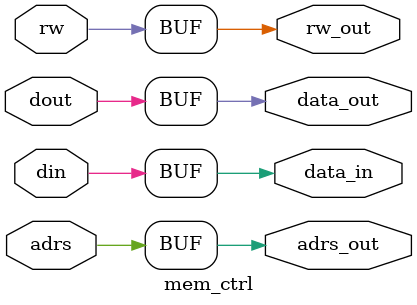
<source format=v>

module mem_ctrl
  (
   din,
   dout,
   rw,
   adrs,
   data_in,
   data_out,
   adrs_out,
   rw_out
   );
   
   input wire din;
   input wire dout;
   input wire rw;
   input wire adrs;
   
   output wire data_in;
   output wire data_out;
   output wire adrs_out;
   output wire rw_out;

   
   assign data_in = din ;
   assign data_out = dout;
   assign rw_out = rw;
   assign adrs_out = adrs;

   
endmodule
		
		

</source>
